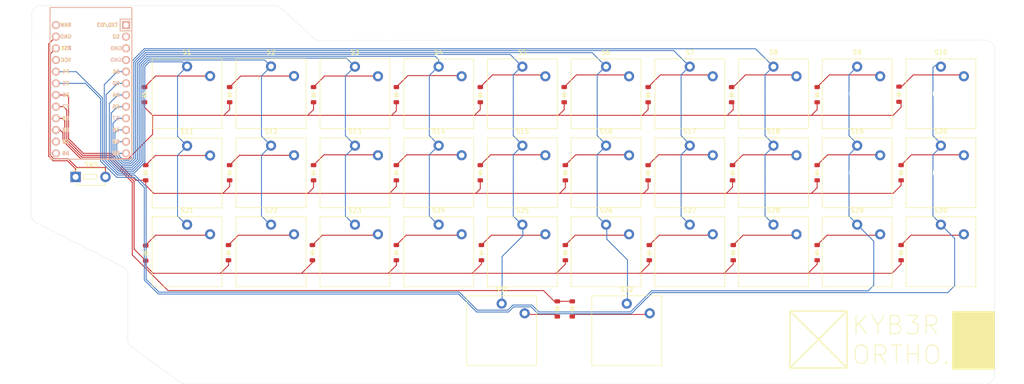
<source format=kicad_pcb>
(kicad_pcb (version 20240108) (generator "pcbnew") (generator_version "8.0")
  (layers (0 "F.Cu" signal) (31 "B.Cu" signal) (34 "B.Paste" user) (35 "F.Paste" user) (36 "B.SilkS" user "B.Silkscreen") (37 "F.SilkS" user "F.Silkscreen") (38 "B.Mask" user) (39 "F.Mask" user) (44 "Edge.Cuts" user))
  (net 0 "")
  (net 1 "Row 0")
  (net 2 "Net-(D1-A)")
  (net 3 "Net-(D2-A)")
  (net 4 "Row 1")
  (net 5 "Net-(D3-A)")
  (net 6 "Net-(D4-A)")
  (net 7 "Net-(D5-A)")
  (net 8 "Row 2")
  (net 9 "Net-(D6-A)")
  (net 10 "Net-(D7-A)")
  (net 11 "Net-(D8-A)")
  (net 12 "Net-(D9-A)")
  (net 13 "Net-(D10-A)")
  (net 14 "Net-(D11-A)")
  (net 15 "Net-(D12-A)")
  (net 16 "Net-(D13-A)")
  (net 17 "Net-(D14-A)")
  (net 18 "Net-(D15-A)")
  (net 19 "Net-(D16-A)")
  (net 20 "Net-(D17-A)")
  (net 21 "Net-(D18-A)")
  (net 22 "Net-(D19-A)")
  (net 23 "Net-(D20-A)")
  (net 24 "Net-(D21-A)")
  (net 25 "Net-(D22-A)")
  (net 26 "Net-(D23-A)")
  (net 27 "Net-(D24-A)")
  (net 28 "Net-(D25-A)")
  (net 29 "Net-(D26-A)")
  (net 30 "Net-(D27-A)")
  (net 31 "Net-(D28-A)")
  (net 32 "Net-(D29-A)")
  (net 33 "Net-(D30-A)")
  (net 34 "Row 3")
  (net 35 "Net-(D31-A)")
  (net 36 "Net-(D32-A)")
  (net 37 "Column 0")
  (net 38 "Column 1")
  (net 39 "Column 2")
  (net 40 "Column 3")
  (net 41 "Column 4")
  (net 42 "Column 5")
  (net 43 "Column 6")
  (net 44 "Column 7")
  (net 45 "Column 8")
  (net 46 "Column 9")
  (net 47 "RST")
  (net 48 "GND")
  (net 52 "unconnected-(U1-GND-Pad4)")
  (footprint "ScottoKeebs_Choc:Choc_V1_1.00u" (layer "F.Cu") (at 250.9 84)
    (property "Reference" "S20")
    (property "Value" "Keyswitch")
  )
  (footprint "ScottoKeebs_Components:Button_MJTP1250" (layer "F.Cu") (at 62.75 84.9)
    (property "Reference" "SW1")
    (property "Value" "SW_Push" (hide yes))
  )
  (footprint "ScottoKeebs_Components:Diode_SOD-123" (layer "F.Cu") (at 150.75 84 90)
    (property "Reference" "D14" (hide yes))
    (property "Value" "Diode")
  )
  (footprint "ScottoKeebs_Choc:Choc_V1_1.00u" (layer "F.Cu") (at 141.7 101.2)
    (property "Reference" "S24")
    (property "Value" "Keyswitch")
  )
  (footprint "ScottoKeebs_Components:Diode_SOD-123" (layer "F.Cu") (at 96.25 84 90)
    (property "Reference" "D4" (hide yes))
    (property "Value" "Diode")
  )
  (footprint "ScottoKeebs_Choc:Choc_V1_1.00u" (layer "F.Cu") (at 141.7 84)
    (property "Reference" "S14")
    (property "Value" "Keyswitch")
  )
  (footprint "MountingHole:MountingHole_2.2mm_M2" (layer "F.Cu") (at 169 123.6)
    (property "Reference" "REF**" (hide yes))
    (property "Value" "MountingHole_2.2mm_M2")
  )
  (footprint "MountingHole:MountingHole_2.2mm_M2" (layer "F.Cu") (at 114.3 92.6)
    (property "Reference" "REF**" (hide yes))
    (property "Value" "MountingHole_2.2mm_M2")
  )
  (footprint "ScottoKeebs_Components:Diode_SOD-123" (layer "F.Cu") (at 132.5 101.4 90)
    (property "Reference" "D12" (hide yes))
    (property "Value" "Diode")
  )
  (footprint "ScottoKeebs_Components:Diode_SOD-123" (layer "F.Cu") (at 224 67 90)
    (property "Reference" "D21" (hide yes))
    (property "Value" "Diode")
  )
  (footprint "ScottoKeebs_Components:Diode_SOD-123" (layer "F.Cu") (at 132.5 67 90)
    (property "Reference" "D10" (hide yes))
    (property "Value" "Diode")
  )
  (footprint "ScottoKeebs_Components:Diode_SOD-123" (layer "F.Cu") (at 132.5 84 90)
    (property "Reference" "D11" (hide yes))
    (property "Value" "Diode")
  )
  (footprint "ScottoKeebs_Choc:Choc_V1_1.00u" (layer "F.Cu") (at 105.25 101.2)
    (property "Reference" "S22")
    (property "Value" "Keyswitch")
  )
  (footprint "ScottoKeebs_Components:Diode_SOD-123" (layer "F.Cu") (at 205.6 84 90)
    (property "Reference" "D24" (hide yes))
    (property "Value" "Diode")
  )
  (footprint "ScottoKeebs_Choc:Choc_V1_1.00u" (layer "F.Cu") (at 123.5 84)
    (property "Reference" "S13")
    (property "Value" "Keyswitch")
  )
  (footprint "ScottoKeebs_Components:Diode_SOD-123" (layer "F.Cu") (at 241.8 66.9 90)
    (property "Reference" "D22" (hide yes))
    (property "Value" "Diode")
  )
  (footprint "ScottoKeebs_Components:Diode_SOD-123" (layer "F.Cu") (at 78 84 90)
    (property "Reference" "D3" (hide yes))
    (property "Value" "Diode")
  )
  (footprint "ScottoKeebs_Choc:Choc_V1_1.00u" (layer "F.Cu") (at 141.7 66.8)
    (property "Reference" "S4")
    (property "Value" "Keyswitch")
  )
  (footprint "ScottoKeebs_Choc:Choc_V1_1.00u" (layer "F.Cu") (at 105.25 66.75)
    (property "Reference" "S2")
    (property "Value" "Keyswitch")
  )
  (footprint "ScottoKeebs_Choc:Choc_V1_1.00u" (layer "F.Cu") (at 123.5 101.2)
    (property "Reference" "S23")
    (property "Value" "Keyswitch")
  )
  (footprint "ScottoKeebs_Choc:Choc_V1_1.00u" (layer "F.Cu") (at 250.9 101.2)
    (property "Reference" "S30")
    (property "Value" "Keyswitch")
  )
  (footprint "ScottoKeebs_Choc:Choc_V1_1.50u" (layer "F.Cu") (at 182.6 118.4)
    (property "Reference" "S32")
    (property "Value" "Keyswitch")
  )
  (footprint "ScottoKeebs_Choc:Choc_V1_1.00u" (layer "F.Cu") (at 214.5 84)
    (property "Reference" "S18")
    (property "Value" "Keyswitch")
  )
  (footprint "ScottoKeebs_Components:Diode_SOD-123" (layer "F.Cu") (at 205.4 67 90)
    (property "Reference" "D20" (hide yes))
    (property "Value" "Diode")
  )
  (footprint "MountingHole:MountingHole_2.2mm_M2" (layer "F.Cu") (at 223.6 75.4)
    (property "Reference" "REF**" (hide yes))
    (property "Value" "MountingHole_2.2mm_M2")
  )
  (footprint "ScottoKeebs_Components:Diode_SOD-123" (layer "F.Cu") (at 224 84 90)
    (property "Reference" "D25" (hide yes))
    (property "Value" "Diode")
  )
  (footprint "ScottoKeebs_Choc:Choc_V1_1.00u" (layer "F.Cu") (at 178.1 101.2)
    (property "Reference" "S26")
    (property "Value" "Keyswitch")
  )
  (footprint "ScottoKeebs_Choc:Choc_V1_1.00u" (layer "F.Cu") (at 87 84.05)
    (property "Reference" "S11")
    (property "Value" "Keyswitch")
  )
  (footprint "ScottoKeebs_Choc:Choc_V1_1.00u" (layer "F.Cu") (at 87 101.2)
    (property "Reference" "S21")
    (property "Value" "Keyswitch")
  )
  (footprint "ScottoKeebs_Choc:Choc_V1_1.00u" (layer "F.Cu") (at 250.9 66.8)
    (property "Reference" "S10")
    (property "Value" "Keyswitch")
  )
  (footprint "MountingHole:MountingHole_2.2mm_M2" (layer "F.Cu") (at 114.4 75.4)
    (property "Reference" "REF**" (hide yes))
    (property "Value" "MountingHole_2.2mm_M2")
  )
  (footprint "ScottoKeebs_Components:Diode_SOD-123" (layer "F.Cu") (at 167.5 113.65 -90)
    (property "Reference" "D31" (hide yes))
    (property "Value" "Diode")
  )
  (footprint "MountingHole:MountingHole_2.2mm_M2" (layer "F.Cu") (at 57.5 92.1)
    (property "Reference" "REF**" (hide yes))
    (property "Value" "MountingHole_2.2mm_M2")
  )
  (footprint "MountingHole:MountingHole_2.2mm_M2" (layer "F.Cu") (at 83.5 121.8)
    (property "Reference" "REF**" (hide yes))
    (property "Value" "MountingHole_2.2mm_M2")
  )
  (footprint "MountingHole:MountingHole_2.2mm_M2" (layer "F.Cu") (at 169.1 75.4)
    (property "Reference" "REF**" (hide yes))
    (property "Value" "MountingHole_2.2mm_M2")
  )
  (footprint "ScottoKeebs_Choc:Choc_V1_1.00u" (layer "F.Cu") (at 159.9 101.2)
    (property "Reference" "S25")
    (property "Value" "Keyswitch")
  )
  (footprint "ScottoKeebs_Choc:Choc_V1_1.00u" (layer "F.Cu") (at 196.3 84)
    (property "Reference" "S17")
    (property "Value" "Keyswitch")
  )
  (footprint "ScottoKeebs_Choc:Choc_V1_1.00u" (layer "F.Cu") (at 232.7 66.8)
    (property "Reference" "S9")
    (property "Value" "Keyswitch")
  )
  (footprint "ScottoKeebs_Components:Diode_SOD-123" (layer "F.Cu") (at 224 101.4 90)
    (property "Reference" "D28" (hide yes))
    (property "Value" "Diode")
  )
  (footprint "ScottoKeebs_Choc:Choc_V1_1.00u" (layer "F.Cu") (at 196.3 66.8)
    (property "Reference" "S7")
    (property "Value" "Keyswitch")
  )
  (footprint "ScottoKeebs_Components:Diode_SOD-123" (layer "F.Cu") (at 114.25 101.4 90)
    (property "Reference" "D9" (hide yes))
    (property "Value" "Diode")
  )
  (footprint "ScottoKeebs_Components:Diode_SOD-123" (layer "F.Cu") (at 169.25 101.4 90)
    (property "Reference" "D18" (hide yes))
    (property "Value" "Diode")
  )
  (footprint "ScottoKeebs_Components:Diode_SOD-123" (layer "F.Cu") (at 114.5 67 90)
    (property "Reference" "D7" (hide yes))
    (property "Value" "Diode")
  )
  (footprint "ScottoKeebs_Choc:Choc_V1_1.00u" (layer "F.Cu") (at 232.7 101.2)
    (property "Reference" "S29")
    (property "Value" "Keyswitch")
  )
  (footprint "MountingHole:MountingHole_2.2mm_M2" (layer "F.Cu") (at 259.5 57.9)
    (property "Reference" "REF**" (hide yes))
    (property "Value" "MountingHole_2.2mm_M2")
  )
  (footprint "ScottoKeebs_Choc:Choc_V1_1.50u" (layer "F.Cu") (at 155.4 118.4)
    (property "Reference" "S31")
    (property "Value" "Keyswitch")
  )
  (footprint "ScottoKeebs_Choc:Choc_V1_1.00u" (layer "F.Cu") (at 159.9 84)
    (property "Reference" "S15")
    (property "Value" "Keyswitch")
  )
  (footprint "ScottoKeebs_Components:Diode_SOD-123" (layer "F.Cu") (at 114.5 84 90)
    (property "Reference" "D8" (hide yes))
    (property "Value" "Diode")
  )
  (footprint "ScottoKeebs_Components:Diode_SOD-123" (layer "F.Cu") (at 169 67 90)
    (property "Reference" "D16" (hide yes))
    (property "Value" "Diode")
  )
  (footprint "ScottoKeebs_Choc:Choc_V1_1.00u" (layer "F.Cu") (at 214.5 66.8)
    (property "Reference" "S8")
    (property "Value" "Keyswitch")
  )
  (footprint "ScottoKeebs_Components:Diode_SOD-123" (layer "F.Cu") (at 187.5 101.4 90)
    (property "Reference" "D30" (hide yes))
    (property "Value" "Diode")
  )
  (footprint "ScottoKeebs_Components:Diode_SOD-123" (layer "F.Cu") (at 187.25 67 90)
    (property "Reference" "D19" (hide yes))
    (property "Value" "Diode")
  )
  (footprint "MountingHole:MountingHole_2.2mm_M2" (layer "F.Cu") (at 223.8 92.8)
    (property "Reference" "REF**" (hide yes))
    (property "Value" "MountingHole_2.2mm_M2")
  )
  (footprint "ScottoKeebs_Choc:Choc_V1_1.00u" (layer "F.Cu") (at 159.9 66.8)
    (property "Reference" "S5")
    (property "Value" "Keyswitch")
  )
  (footprint "ScottoKeebs_Choc:Choc_V1_1.00u" (layer "F.Cu") (at 232.7 84)
    (property "Reference" "S19")
    (property "Value" "Keyswitch")
  )
  (footprint "ScottoKeebs_Components:Diode_SOD-123" (layer "F.Cu") (at 242.25 84 90)
    (property "Reference" "D26" (hide yes))
    (property "Value" "Diode")
  )
  (footprint "ScottoKeebs_Choc:Choc_V1_1.00u" (layer "F.Cu") (at 196.3 101.2)
    (property "Reference" "S27")
    (property "Value" "Keyswitch")
  )
  (footprint "ScottoKeebs_Choc:Choc_V1_1.00u" (layer "F.Cu") (at 123.5 66.8)
    (property "Reference" "S3")
    (property "Value" "Keyswitch")
  )
  (footprint "ScottoKeebs_Choc:Choc_V1_1.00u" (layer "F.Cu") (at 105.25 84)
    (property "Reference" "S12")
    (property "Value" "Keyswitch")
  )
  (footprint "ScottoKeebs_Choc:Choc_V1_1.00u" (layer "F.Cu") (at 178.1 84)
    (property "Reference" "S16")
    (property "Value" "Keyswitch")
  )
  (footprint "ScottoKeebs_Components:Diode_SOD-123" (layer "F.Cu") (at 187.25 84 90)
    (property "Reference" "D23" (hide yes))
    (property "Value" "Diode")
  )
  (footprint "ScottoKeebs_Components:Diode_SOD-123" (layer "F.Cu") (at 169.25 84 90)
    (property "Reference" "D17" (hide yes))
    (property "Value" "Diode")
  )
  (footprint "MountingHole:MountingHole_2.2mm_M2" (layer "F.Cu") (at 71.8 99.2)
    (property "Reference" "REF**" (hide yes))
    (property "Value" "MountingHole_2.2mm_M2")
  )
  (footprint "ScottoKeebs_Components:Diode_SOD-123" (layer "F.Cu") (at 151 101.4 90)
    (property "Reference" "D15" (hide yes))
    (property "Value" "Diode")
  )
  (footprint "ScottoKeebs_Components:Diode_SOD-123" (layer "F.Cu") (at 150.75 67 90)
    (property "Reference" "D13" (hide yes))
    (property "Value" "Diode")
  )
  (footprint "ScottoKeebs_Components:Diode_SOD-123" (layer "F.Cu") (at 77.75 67 90)
    (property "Reference" "D1" (hide yes))
    (property "Value" "Diode")
  )
  (footprint "MountingHole:MountingHole_2.2mm_M2" (layer "F.Cu") (at 104.4 52.7)
    (property "Reference" "REF**" (hide yes))
    (property "Value" "MountingHole_2.2mm_M2")
  )
  (footprint "ScottoKeebs_Components:Diode_SOD-123" (layer "F.Cu") (at 205.75 101.4 90)
    (property "Reference" "D29" (hide yes))
    (property "Value" "Diode")
  )
  (footprint "ScottoKeebs_Choc:Choc_V1_1.00u" (layer "F.Cu") (at 87 66.75)
    (property "Reference" "S1")
    (property "Value" "Keyswitch")
  )
  (footprint "ScottoKeebs_Choc:Choc_V1_1.00u" (layer "F.Cu") (at 178.1 66.8)
    (property "Reference" "S6")
    (property "Value" "Keyswitch")
  )
  (footprint "ScottoKeebs_Components:Diode_SOD-123" (layer "F.Cu") (at 78 101.5 90)
    (property "Reference" "D5" (hide yes))
    (property "Value" "Diode")
  )
  (footprint "ScottoKeebs_Components:Diode_SOD-123" (layer "F.Cu") (at 242.25 101.4 90)
    (property "Reference" "D27" (hide yes))
    (property "Value" "Diode")
  )
  (footprint "ScottoKeebs_Choc:Choc_V1_1.00u" (layer "F.Cu") (at 214.5 101.2)
    (property "Reference" "S28")
    (property "Value" "Keyswitch")
  )
  (footprint "MountingHole:MountingHole_2.2mm_M2" (layer "F.Cu") (at 55.8 50.3)
    (property "Reference" "REF**" (hide yes))
    (property "Value" "MountingHole_2.2mm_M2")
  )
  (footprint "ScottoKeebs_Components:Diode_SOD-123" (layer "F.Cu") (at 96.25 67 90)
    (property "Reference" "D2" (hide yes))
    (property "Value" "Diode")
  )
  (footprint "ScottoKeebs_Components:Diode_SOD-123" (layer "F.Cu") (at 96 101.4 90)
    (property "Reference" "D6" (hide yes))
    (property "Value" "Diode")
  )
  (footprint "ScottoKeebs_Components:Diode_SOD-123" (layer "F.Cu") (at 170.75 113.65 -90)
    (property "Reference" "D32" (hide yes))
    (property "Value" "Diode")
  )
  (footprint "ScottoKeebs_MCU:Arduino_Pro_Micro" (layer "B.Cu") (at 66.1 65.8 180)
    (property "Reference" "U1" (hide yes))
    (property "Value" "Arduino_Pro_Micro" (hide yes))
  )
  (gr_rect (start 218.1 114.1) (end 230.5 126.5) (stroke (width 0.2)) (fill none) (layer "F.SilkS"))
  (gr_line (start 218.1 114.1) (end 230.5 126.5) (stroke (width 0.2)) (layer "F.SilkS"))
  (gr_rect (start 253.4 114.2) (end 262.6 126.8) (stroke (width 0.1)) (fill solid) (layer "F.SilkS"))
  (gr_line (start 230.5 114.1) (end 218.1 126.5) (stroke (width 0.2)) (layer "F.SilkS"))
  (gr_arc (start 106.022661 47.6) (mid 106.747206 47.73584) (end 107.373305 48.124954) (stroke (width 0.05)) (layer "Edge.Cuts"))
  (gr_arc (start 54.194647 94.857749) (mid 53.396205 94.118913) (end 53.102631 93.071452) (stroke (width 0.05)) (layer "Edge.Cuts"))
  (gr_line (start 260.6 130) (end 86.653126 130) (stroke (width 0.05)) (layer "Edge.Cuts"))
  (gr_arc (start 115.878119 55.199472) (mid 115.152866 55.063852) (end 114.526119 54.674519) (stroke (width 0.05)) (layer "Edge.Cuts"))
  (gr_arc (start 74.919627 121.899223) (mid 74.31664 121.190022) (end 74.1 120.284689) (stroke (width 0.05)) (layer "Edge.Cuts"))
  (gr_line (start 115.878119 55.199472) (end 260.598644 55.101357) (stroke (width 0.05)) (layer "Edge.Cuts"))
  (gr_line (start 262.6 57.101356) (end 262.6 128) (stroke (width 0.05)) (layer "Edge.Cuts"))
  (gr_arc (start 53.195727 49.595717) (mid 53.783024 48.184273) (end 55.195722 47.6) (stroke (width 0.05)) (layer "Edge.Cuts"))
  (gr_arc (start 73.007979 104.443589) (mid 73.805279 105.180605) (end 74.1 106.225603) (stroke (width 0.05)) (layer "Edge.Cuts"))
  (gr_arc (start 262.6 128) (mid 262.014214 129.414214) (end 260.6 130) (stroke (width 0.05)) (layer "Edge.Cuts"))
  (gr_line (start 75.4 47.6) (end 106.022661 47.6) (stroke (width 0.05)) (layer "Edge.Cuts"))
  (gr_line (start 73.007979 104.443589) (end 54.194647 94.857749) (stroke (width 0.05)) (layer "Edge.Cuts"))
  (gr_arc (start 260.598644 55.101357) (mid 262.013749 55.686661) (end 262.6 57.101356) (stroke (width 0.05)) (layer "Edge.Cuts"))
  (gr_line (start 55.195722 47.6) (end 75.4 47.6) (stroke (width 0.05)) (layer "Edge.Cuts"))
  (gr_line (start 53.102631 93.071452) (end 53.195727 49.595717) (stroke (width 0.05)) (layer "Edge.Cuts"))
  (gr_line (start 74.1 106.225603) (end 74.1 120.284689) (stroke (width 0.05)) (layer "Edge.Cuts"))
  (gr_arc (start 86.653126 130) (mid 86.032263 129.9012) (end 85.472753 129.614534) (stroke (width 0.05)) (layer "Edge.Cuts"))
  (gr_line (start 107.373305 48.124954) (end 114.526119 54.674519) (stroke (width 0.05)) (layer "Edge.Cuts"))
  (gr_line (start 74.919627 121.899223) (end 85.472753 129.614534) (stroke (width 0.05)) (layer "Edge.Cuts"))
  (gr_text "KYB3R\nORTHO.\n" (at 231.4 126 0) (layer "F.SilkS") (effects (font (size 4 4)) (justify left bottom)))
  (segment (start 95 71.5) (end 79.5 71.5) (width 0.2) (layer "F.Cu") (net 1))
  (segment (start 61.232843 67.532843) (end 60.77 67.07) (width 0.2) (layer "F.Cu") (net 1))
  (segment (start 242.25 69.75) (end 240.5 71.5) (width 0.2) (layer "F.Cu") (net 1))
  (segment (start 70.484314 79.784314) (end 64.415686 79.784314) (width 0.2) (layer "F.Cu") (net 1))
  (segment (start 149.5 71.5) (end 131.5 71.5) (width 0.2) (layer "F.Cu") (net 1))
  (segment (start 205.75 68.65) (end 205.75 70.25) (width 0.2) (layer "F.Cu") (net 1))
  (segment (start 222.75 71.5) (end 221.25 71.5) (width 0.2) (layer "F.Cu") (net 1))
  (segment (start 150.75 68.65) (end 150.75 70.25) (width 0.2) (layer "F.Cu") (net 1))
  (segment (start 169 68.65) (end 169 70.25) (width 0.2) (layer "F.Cu") (net 1))
  (segment (start 64.415686 79.784314) (end 61.232843 76.601471) (width 0.2) (layer "F.Cu") (net 1))
  (segment (start 131.5 71.5) (end 120.75 71.5) (width 0.2) (layer "F.Cu") (net 1))
  (segment (start 114.5 68.65) (end 114.5 70.25) (width 0.2) (layer "F.Cu") (net 1))
  (segment (start 240.5 71.5) (end 222.75 71.5) (width 0.2) (layer "F.Cu") (net 1))
  (segment (start 167.75 71.5) (end 149.5 71.5) (width 0.2) (layer "F.Cu") (net 1))
  (segment (start 204.5 71.5) (end 186 71.5) (width 0.2) (layer "F.Cu") (net 1))
  (segment (start 205.75 70.25) (end 204.5 71.5) (width 0.2) (layer "F.Cu") (net 1))
  (segment (start 96.25 70.25) (end 95 71.5) (width 0.2) (layer "F.Cu") (net 1))
  (segment (start 242.25 68.65) (end 242.25 69.75) (width 0.2) (layer "F.Cu") (net 1))
  (segment (start 224 68.65) (end 224 70.25) (width 0.2) (layer "F.Cu") (net 1))
  (segment (start 74.20724 80.9463) (end 71.6463 80.9463) (width 0.2) (layer "F.Cu") (net 1))
  (segment (start 113.25 71.5) (end 95 71.5) (width 0.2) (layer "F.Cu") (net 1))
  (segment (start 79.5 71.5) (end 79.5 75.65354) (width 0.2) (layer "F.Cu") (net 1))
  (segment (start 150.75 70.25) (end 149.5 71.5) (width 0.2) (layer "F.Cu") (net 1))
  (segment (start 60.77 67.07) (end 58.48 67.07) (width 0.2) (layer "F.Cu") (net 1))
  (segment (start 114.5 70.25) (end 113.25 71.5) (width 0.2) (layer "F.Cu") (net 1))
  (segment (start 96.25 68.65) (end 96.25 70.25) (width 0.2) (layer "F.Cu") (net 1))
  (segment (start 77.75 68.65) (end 77.75 69.75) (width 0.2) (layer "F.Cu") (net 1))
  (segment (start 77.75 69.75) (end 79.5 71.5) (width 0.2) (layer "F.Cu") (net 1))
  (segment (start 79.5 75.65354) (end 74.20724 80.9463) (width 0.2) (layer "F.Cu") (net 1))
  (segment (start 221.25 71.5) (end 204.5 71.5) (width 0.2) (layer "F.Cu") (net 1))
  (segment (start 120.75 71.5) (end 113.25 71.5) (width 0.2) (layer "F.Cu") (net 1))
  (segment (start 224 70.25) (end 222.75 71.5) (width 0.2) (layer "F.Cu") (net 1))
  (segment (start 132.5 68.65) (end 132.5 70.5) (width 0.2) (layer "F.Cu") (net 1))
  (segment (start 187.25 70.25) (end 186 71.5) (width 0.2) (layer "F.Cu") (net 1))
  (segment (start 186 71.5) (end 167.75 71.5) (width 0.2) (layer "F.Cu") (net 1))
  (segment (start 132.5 70.5) (end 131.5 71.5) (width 0.2) (layer "F.Cu") (net 1))
  (segment (start 71.6463 80.9463) (end 70.484314 79.784314) (width 0.2) (layer "F.Cu") (net 1))
  (segment (start 169 70.25) (end 167.75 71.5) (width 0.2) (layer "F.Cu") (net 1))
  (segment (start 187.25 68.65) (end 187.25 70.25) (width 0.2) (layer "F.Cu") (net 1))
  (segment (start 61.232843 76.601471) (end 61.232843 67.532843) (width 0.2) (layer "F.Cu") (net 1))
  (segment (start 80.15 62.95) (end 77.75 65.35) (width 0.2) (layer "F.Cu") (net 2))
  (segment (start 92 62.95) (end 80.15 62.95) (width 0.2) (layer "F.Cu") (net 2))
  (segment (start 110.25 62.95) (end 98.65 62.95) (width 0.2) (layer "F.Cu") (net 3))
  (segment (start 98.65 62.95) (end 96.25 65.35) (width 0.2) (layer "F.Cu") (net 3))
  (segment (start 204.25 88.5) (end 186.25 88.5) (width 0.2) (layer "F.Cu") (net 4))
  (segment (start 94.75 88.5) (end 79.75 88.5) (width 0.2) (layer "F.Cu") (net 4))
  (segment (start 242.25 85.65) (end 242.25 86.75) (width 0.2) (layer "F.Cu") (net 4))
  (segment (start 60.1 69.6) (end 59.8 69.6) (width 0.2) (layer "F.Cu") (net 4))
  (segment (start 168 88.5) (end 149.75 88.5) (width 0.2) (layer "F.Cu") (net 4))
  (segment (start 113.25 88.5) (end 94.75 88.5) (width 0.2) (layer "F.Cu") (net 4))
  (segment (start 187.25 85.65) (end 187.25 87.5) (width 0.2) (layer "F.Cu") (net 4))
  (segment (start 205.6 85.65) (end 205.6 87.15) (width 0.2) (layer "F.Cu") (net 4))
  (segment (start 78 86.75) (end 79.75 88.5) (width 0.2) (layer "F.Cu") (net 4))
  (segment (start 149.75 88.5) (end 131 88.5) (width 0.2) (layer "F.Cu") (net 4))
  (segment (start 187.25 87.5) (end 186.25 88.5) (width 0.2) (layer "F.Cu") (net 4))
  (segment (start 96.25 87) (end 94.75 88.5) (width 0.2) (layer "F.Cu") (net 4))
  (segment (start 70.334314 80.2) (end 64.265686 80.2) (width 0.2) (layer "F.Cu") (net 4))
  (segment (start 224 87.25) (end 222.75 88.5) (width 0.2) (layer "F.Cu") (net 4))
  (segment (start 240.5 88.5) (end 222.75 88.5) (width 0.2) (layer "F.Cu") (net 4))
  (segment (start 150.75 85.65) (end 150.75 87.5) (width 0.2) (layer "F.Cu") (net 4))
  (segment (start 78 85.65) (end 78 86.75) (width 0.2) (layer "F.Cu") (net 4))
  (segment (start 169.25 85.65) (end 169.25 87.25) (width 0.2) (layer "F.Cu") (net 4))
  (segment (start 224 85.65) (end 224 87.25) (width 0.2) (layer "F.Cu") (net 4))
  (segment (start 75.784314 85.65) (end 70.334314 80.2) (width 0.2) (layer "F.Cu") (net 4))
  (segment (start 131 88.5) (end 113.25 88.5) (width 0.2) (layer "F.Cu") (net 4))
  (segment (start 60.832843 76.767157) (end 60.832843 70.332843) (width 0.2) (layer "F.Cu") (net 4))
  (segment (start 96.25 85.65) (end 96.25 87) (width 0.2) (layer "F.Cu") (net 4))
  (segment (start 114.5 87.25) (end 113.25 88.5) (width 0.2) (layer "F.Cu") (net 4))
  (segment (start 59.79 69.61) (end 58.48 69.61) (width 0.2) (layer "F.Cu") (net 4))
  (segment (start 242.25 86.75) (end 240.5 88.5) (width 0.2) (layer "F.Cu") (net 4))
  (segment (start 114.5 85.65) (end 114.5 87.25) (width 0.2) (layer "F.Cu") (net 4))
  (segment (start 59.8 69.6) (end 59.79 69.61) (width 0.2) (layer "F.Cu") (net 4))
  (segment (start 64.265686 80.2) (end 60.832843 76.767157) (width 0.2) (layer "F.Cu") (net 4))
  (segment (start 222.75 88.5) (end 204.25 88.5) (width 0.2) (layer "F.Cu") (net 4))
  (segment (start 205.6 87.15) (end 204.25 88.5) (width 0.2) (layer "F.Cu") (net 4))
  (segment (start 150.75 87.5) (end 149.75 88.5) (width 0.2) (layer "F.Cu") (net 4))
  (segment (start 60.832843 70.332843) (end 60.1 69.6) (width 0.2) (layer "F.Cu") (net 4))
  (segment (start 169.25 87.25) (end 168 88.5) (width 0.2) (layer "F.Cu") (net 4))
  (segment (start 132.5 87) (end 131 88.5) (width 0.2) (layer "F.Cu") (net 4))
  (segment (start 132.5 85.65) (end 132.5 87) (width 0.2) (layer "F.Cu") (net 4))
  (segment (start 186.25 88.5) (end 168 88.5) (width 0.2) (layer "F.Cu") (net 4))
  (segment (start 78 85.65) (end 75.784314 85.65) (width 0.2) (layer "F.Cu") (net 4))
  (segment (start 80.1 80.25) (end 78 82.35) (width 0.2) (layer "F.Cu") (net 5))
  (segment (start 92 80.25) (end 80.1 80.25) (width 0.2) (layer "F.Cu") (net 5))
  (segment (start 98.4 80.2) (end 96.25 82.35) (width 0.2) (layer "F.Cu") (net 6))
  (segment (start 110.25 80.2) (end 98.4 80.2) (width 0.2) (layer "F.Cu") (net 6))
  (segment (start 80.15 97.6) (end 78 99.75) (width 0.2) (layer "F.Cu") (net 7))
  (segment (start 92 97.6) (end 80.15 97.6) (width 0.2) (layer "F.Cu") (net 7))
  (segment (start 111.9 105.9) (end 94.25 105.9) (width 0.2) (layer "F.Cu") (net 8))
  (segment (start 149 105.9) (end 130.75 105.9) (width 0.2) (layer "F.Cu") (net 8))
  (segment (start 187.5 103.05) (end 187.5 103.9) (width 0.2) (layer "F.Cu") (net 8))
  (segment (start 75.484314 100.634314) (end 75.484314 85.915685) (width 0.2) (layer "F.Cu") (net 8))
  (segment (start 222 105.9) (end 203.75 105.9) (width 0.2) (layer "F.Cu") (net 8))
  (segment (start 185.5 105.9) (end 167.25 105.9) (width 0.2) (layer "F.Cu") (net 8))
  (segment (start 151 103.9) (end 149 105.9) (width 0.2) (layer "F.Cu") (net 8))
  (segment (start 167.25 105.9) (end 149 105.9) (width 0.2) (layer "F.Cu") (net 8))
  (segment (start 205.75 103.05) (end 205.75 103.9) (width 0.2) (layer "F.Cu") (net 8))
  (segment (start 130.75 105.9) (end 111.9 105.9) (width 0.2) (layer "F.Cu") (net 8))
  (segment (start 78 104.25) (end 79.75 106) (width 0.2) (layer "F.Cu") (net 8))
  (segment (start 78 103.15) (end 75.484314 100.634314) (width 0.2) (layer "F.Cu") (net 8))
  (segment (start 114.25 103.55) (end 111.9 105.9) (width 0.2) (layer "F.Cu") (net 8))
  (segment (start 132.5 103.05) (end 132.5 104.15) (width 0.2) (layer "F.Cu") (net 8))
  (segment (start 242.25 103.9) (end 240.25 105.9) (width 0.2) (layer "F.Cu") (net 8))
  (segment (start 203.75 105.9) (end 185.5 105.9) (width 0.2) (layer "F.Cu") (net 8))
  (segment (start 78 103.15) (end 78 104.25) (width 0.2) (layer "F.Cu") (net 8))
  (segment (start 224 103.9) (end 222 105.9) (width 0.2) (layer "F.Cu") (net 8))
  (segment (start 96 104.15) (end 94.25 105.9) (width 0.2) (layer "F.Cu") (net 8))
  (segment (start 151 103.05) (end 151 103.9) (width 0.2) (layer "F.Cu") (net 8))
  (segment (start 70.168629 80.6) (end 64.1 80.6) (width 0.2) (layer "F.Cu") (net 8))
  (segment (start 224 103.05) (end 224 103.9) (width 0.2) (layer "F.Cu") (net 8))
  (segment (start 114.25 103.05) (end 114.25 103.55) (width 0.2) (layer "F.Cu") (net 8))
  (segment (start 169.25 103.9) (end 167.25 105.9) (width 0.2) (layer "F.Cu") (net 8))
  (segment (start 60.4 72.7) (end 59.85 72.15) (width 0.2) (layer "F.Cu") (net 8))
  (segment (start 64.1 80.6) (end 60.4 76.9) (width 0.2) (layer "F.Cu") (net 8))
  (segment (start 59.85 72.15) (end 58.48 72.15) (width 0.2) (layer "F.Cu") (net 8))
  (segment (start 60.4 76.9) (end 60.4 72.7) (width 0.2) (layer "F.Cu") (net 8))
  (segment (start 132.5 104.15) (end 130.75 105.9) (width 0.2) (layer "F.Cu") (net 8))
  (segment (start 242.25 103.05) (end 242.25 103.9) (width 0.2) (layer "F.Cu") (net 8))
  (segment (start 75.484314 85.915685) (end 70.168629 80.6) (width 0.2) (layer "F.Cu") (net 8))
  (segment (start 94.25 105.9) (end 79.75 105.9) (width 0.2) (layer "F.Cu") (net 8))
  (segment (start 187.5 103.9) (end 185.5 105.9) (width 0.2) (layer "F.Cu") (net 8))
  (segment (start 205.75 103.9) (end 203.75 105.9) (width 0.2) (layer "F.Cu") (net 8))
  (segment (start 240.25 105.9) (end 222 105.9) (width 0.2) (layer "F.Cu") (net 8))
  (segment (start 169.25 103.05) (end 169.25 103.9) (width 0.2) (layer "F.Cu") (net 8))
  (segment (start 96 103.05) (end 96 104.15) (width 0.2) (layer "F.Cu") (net 8))
  (segment (start 110.25 97.6) (end 98.15 97.6) (width 0.2) (layer "F.Cu") (net 9))
  (segment (start 98.15 97.6) (end 96 99.75) (width 0.2) (layer "F.Cu") (net 9))
  (segment (start 116.9 62.95) (end 114.5 65.35) (width 0.2) (layer "F.Cu") (net 10))
  (segment (start 128.5 62.95) (end 116.9 62.95) (width 0.2) (layer "F.Cu") (net 10))
  (segment (start 116.75 80.1) (end 114.5 82.35) (width 0.2) (layer "F.Cu") (net 11))
  (segment (start 128.5 80.1) (end 116.75 80.1) (width 0.2) (layer "F.Cu") (net 11))
  (segment (start 128.5 97.6) (end 116.4 97.6) (width 0.2) (layer "F.Cu") (net 12))
  (segment (start 116.4 97.6) (end 114.25 99.75) (width 0.2) (layer "F.Cu") (net 12))
  (segment (start 135 62.85) (end 132.5 65.35) (width 0.2) (layer "F.Cu") (net 13))
  (segment (start 146.75 62.85) (end 135 62.85) (width 0.2) (layer "F.Cu") (net 13))
  (segment (start 146.75 80.1) (end 134.75 80.1) (width 0.2) (layer "F.Cu") (net 14))
  (segment (start 134.75 80.1) (end 132.5 82.35) (width 0.2) (layer "F.Cu") (net 14))
  (segment (start 134.65 97.6) (end 132.5 99.75) (width 0.2) (layer "F.Cu") (net 15))
  (segment (start 146.75 97.6) (end 134.65 97.6) (width 0.2) (layer "F.Cu") (net 15))
  (segment (start 165 62.7) (end 153.4 62.7) (width 0.2) (layer "F.Cu") (net 16))
  (segment (start 153.4 62.7) (end 150.75 65.35) (width 0.2) (layer "F.Cu") (net 16))
  (segment (start 165 80.1) (end 153 80.1) (width 0.2) (layer "F.Cu") (net 17))
  (segment (start 153 80.1) (end 150.75 82.35) (width 0.2) (layer "F.Cu") (net 17))
  (segment (start 165 97.6) (end 153.15 97.6) (width 0.2) (layer "F.Cu") (net 18))
  (segment (start 153.15 97.6) (end 151 99.75) (width 0.2) (layer "F.Cu") (net 18))
  (segment (start 183.25 62.7) (end 171.65 62.7) (width 0.2) (layer "F.Cu") (net 19))
  (segment (start 171.65 62.7) (end 169 65.35) (width 0.2) (layer "F.Cu") (net 19))
  (segment (start 171.5 80.1) (end 169.25 82.35) (width 0.2) (layer "F.Cu") (net 20))
  (segment (start 183.25 80.1) (end 171.5 80.1) (width 0.2) (layer "F.Cu") (net 20))
  (segment (start 171.4 97.6) (end 169.25 99.75) (width 0.2) (layer "F.Cu") (net 21))
  (segment (start 183.25 97.6) (end 171.4 97.6) (width 0.2) (layer "F.Cu") (net 21))
  (segment (start 201.5 62.7) (end 189.9 62.7) (width 0.2) (layer "F.Cu") (net 22))
  (segment (start 189.9 62.7) (end 187.25 65.35) (width 0.2) (layer "F.Cu") (net 22))
  (segment (start 208.4 62.7) (end 205.75 65.35) (width 0.2) (layer "F.Cu") (net 23))
  (segment (start 219.75 62.7) (end 208.4 62.7) (width 0.2) (layer "F.Cu") (net 23))
  (segment (start 226.65 62.7) (end 224 65.35) (width 0.2) (layer "F.Cu") (net 24))
  (segment (start 238 62.7) (end 226.65 62.7) (width 0.2) (layer "F.Cu") (net 24))
  (segment (start 244.9 62.7) (end 242.25 65.35) (width 0.2) (layer "F.Cu") (net 25))
  (segment (start 256.25 62.7) (end 244.9 62.7) (width 0.2) (layer "F.Cu") (net 25))
  (segment (start 201.5 80.1) (end 189.5 80.1) (width 0.2) (layer "F.Cu") (net 26))
  (segment (start 189.5 80.1) (end 187.25 82.35) (width 0.2) (layer "F.Cu") (net 26))
  (segment (start 219.75 80.1) (end 207.85 80.1) (width 0.2) (layer "F.Cu") (net 27))
  (segment (start 207.85 80.1) (end 205.6 82.35) (width 0.2) (layer "F.Cu") (net 27))
  (segment (start 238 80.1) (end 226.25 80.1) (width 0.2) (layer "F.Cu") (net 28))
  (segment (start 226.25 80.1) (end 224 82.35) (width 0.2) (layer "F.Cu") (net 28))
  (segment (start 244.5 80.1) (end 242.25 82.35) (width 0.2) (layer "F.Cu") (net 29))
  (segment (start 256.25 80.1) (end 244.5 80.1) (width 0.2) (layer "F.Cu") (net 29))
  (segment (start 256.25 97.6) (end 244.4 97.6) (width 0.2) (layer "F.Cu") (net 30))
  (segment (start 244.4 97.6) (end 242.25 99.75) (width 0.2) (layer "F.Cu") (net 30))
  (segment (start 238 97.6) (end 226.15 97.6) (width 0.2) (layer "F.Cu") (net 31))
  (segment (start 226.15 97.6) (end 224 99.75) (width 0.2) (layer "F.Cu") (net 31))
  (segment (start 219.75 97.6) (end 207.9 97.6) (width 0.2) (layer "F.Cu") (net 32))
  (segment (start 207.9 97.6) (end 205.75 99.75) (width 0.2) (layer "F.Cu") (net 32))
  (segment (start 201.5 97.6) (end 189.65 97.6) (width 0.2) (layer "F.Cu") (net 33))
  (segment (start 189.65 97.6) (end 187.5 99.75) (width 0.2) (layer "F.Cu") (net 33))
  (segment (start 59.39 74.69) (end 58.48 74.69) (width 0.2) (layer "F.Cu") (net 34))
  (segment (start 75.084314 101.9) (end 75.084314 86.081371) (width 0.2) (layer "F.Cu") (net 34))
  (segment (start 164.5 109.65) (end 82.834314 109.65) (width 0.2) (layer "F.Cu") (net 34))
  (segment (start 82.834314 109.65) (end 75.084314 101.9) (width 0.2) (layer "F.Cu") (net 34))
  (segment (start 75.084314 86.081371) (end 70.002943 81) (width 0.2) (layer "F.Cu") (net 34))
  (segment (start 170.75 112) (end 167.5 112) (width 0.2) (layer "F.Cu") (net 34))
  (segment (start 60 77.065686) (end 60 75.3) (width 0.2) (layer "F.Cu") (net 34))
  (segment (start 70.002943 81) (end 63.934314 81) (width 0.2) (layer "F.Cu") (net 34))
  (segment (start 166.85 112) (end 164.5 109.65) (width 0.2) (layer "F.Cu") (net 34))
  (segment (start 63.934314 81) (end 60 77.065686) (width 0.2) (layer "F.Cu") (net 34))
  (segment (start 60 75.3) (end 59.39 74.69) (width 0.2) (layer "F.Cu") (net 34))
  (segment (start 167.5 112) (end 166.85 112) (width 0.2) (layer "F.Cu") (net 34))
  (segment (start 160.5 114.85) (end 167.05 114.85) (width 0.2) (layer "F.Cu") (net 35))
  (segment (start 167.05 114.85) (end 167.5 115.3) (width 0.2) (layer "F.Cu") (net 35))
  (segment (start 171.2 114.85) (end 170.75 115.3) (width 0.2) (layer "F.Cu") (net 36))
  (segment (start 187.75 114.85) (end 171.2 114.85) (width 0.2) (layer "F.Cu") (net 36))
  (segment (start 87 78.15) (end 84.925 80.225) (width 0.2) (layer "B.Cu") (net 37))
  (segment (start 75.459802 84.1) (end 72.040198 84.1) (width 0.2) (layer "B.Cu") (net 37))
  (segment (start 77.8 60.859802) (end 77.8 81.759802) (width 0.2) (layer "B.Cu") (net 37))
  (segment (start 77.8 81.759802) (end 75.459802 84.1) (width 0.2) (layer "B.Cu") (net 37))
  (segment (start 69 64.8) (end 71.81 61.99) (width 0.2) (layer "B.Cu") (net 37))
  (segment (start 87 60.85) (end 84.925 62.925) (width 0.2) (layer "B.Cu") (net 37))
  (segment (start 84.925 76.075) (end 87 78.15) (width 0.2) (layer "B.Cu") (net 37))
  (segment (start 87 60.85) (end 86 59.85) (width 0.2) (layer "B.Cu") (net 37))
  (segment (start 86 59.85) (end 78.809802 59.85) (width 0.2) (layer "B.Cu") (net 37))
  (segment (start 78.809802 59.85) (end 77.8 60.859802) (width 0.2) (layer "B.Cu") (net 37))
  (segment (start 69 81.059802) (end 69 64.8) (width 0.2) (layer "B.Cu") (net 37))
  (segment (start 84.925 62.925) (end 84.925 76.075) (width 0.2) (layer "B.Cu") (net 37))
  (segment (start 84.925 80.225) (end 84.925 93.525) (width 0.2) (layer "B.Cu") (net 37))
  (segment (start 72.040198 84.1) (end 69 81.059802) (width 0.2) (layer "B.Cu") (net 37))
  (segment (start 84.925 93.425) (end 87 95.5) (width 0.2) (layer "B.Cu") (net 37))
  (segment (start 71.81 61.99) (end 73.72 61.99) (width 0.2) (layer "B.Cu") (net 37))
  (segment (start 77.4 81.594116) (end 75.294116 83.7) (width 0.2) (layer "B.Cu") (net 38))
  (segment (start 103.85 59.45) (end 78.644116 59.45) (width 0.2) (layer "B.Cu") (net 38))
  (segment (start 103.175 62.925) (end 103.175 76.025) (width 0.2) (layer "B.Cu") (net 38))
  (segment (start 105.25 60.85) (end 103.85 59.45) (width 0.2) (layer "B.Cu") (net 38))
  (segment (start 103.175 80.175) (end 103.175 93.525) (width 0.2) (layer "B.Cu") (net 38))
  (segment (start 78.644116 59.45) (end 77.4 60.694116) (width 0.2) (layer "B.Cu") (net 38))
  (segment (start 105.25 60.85) (end 103.175 62.925) (width 0.2) (layer "B.Cu") (net 38))
  (segment (start 72.205884 83.7) (end 69.4 80.894116) (width 0.2) (layer "B.Cu") (net 38))
  (segment (start 103.175 93.425) (end 105.25 95.5) (width 0.2) (layer "B.Cu") (net 38))
  (segment (start 69.4 67) (end 71.87 64.53) (width 0.2) (layer "B.Cu") (net 38))
  (segment (start 69.4 80.894116) (end 69.4 67) (width 0.2) (layer "B.Cu") (net 38))
  (segment (start 75.294116 83.7) (end 72.205884 83.7) (width 0.2) (layer "B.Cu") (net 38))
  (segment (start 105.25 78.1) (end 103.175 80.175) (width 0.2) (layer "B.Cu") (net 38))
  (segment (start 103.175 76.025) (end 105.25 78.1) (width 0.2) (layer "B.Cu") (net 38))
  (segment (start 77.4 60.694116) (end 77.4 81.594116) (width 0.2) (layer "B.Cu") (net 38))
  (segment (start 71.87 64.53) (end 73.72 64.53) (width 0.2) (layer "B.Cu") (net 38))
  (segment (start 70.1 81.02843) (end 70.1 68.9) (width 0.2) (layer "B.Cu") (net 39))
  (segment (start 77 60.52843) (end 77 81.42843) (width 0.2) (layer "B.Cu") (net 39))
  (segment (start 121.425 75.925) (end 123.5 78) (width 0.2) (layer "B.Cu") (net 39))
  (segment (start 123.5 60.9) (end 121.65 59.05) (width 0.2) (layer "B.Cu") (net 39))
  (segment (start 121.65 59.05) (end 78.47843 59.05) (width 0.2) (layer "B.Cu") (net 39))
  (segment (start 70.1 68.9) (end 71.93 67.07) (width 0.2) (layer "B.Cu") (net 39))
  (segment (start 75.12843 83.3) (end 72.37157 83.3) (width 0.2) (layer "B.Cu") (net 39))
  (segment (start 123.5 60.85) (end 121.425 62.925) (width 0.2) (layer "B.Cu") (net 39))
  (segment (start 71.93 67.07) (end 73.72 67.07) (width 0.2) (layer "B.Cu") (net 39))
  (segment (start 121.425 62.925) (end 121.425 75.925) (width 0.2) (layer "B.Cu") (net 39))
  (segment (start 77 81.42843) (end 75.12843 83.3) (width 0.2) (layer "B.Cu") (net 39))
  (segment (start 72.37157 83.3) (end 70.1 81.02843) (width 0.2) (layer "B.Cu") (net 39))
  (segment (start 121.425 80.325) (end 121.425 93.525) (width 0.2) (layer "B.Cu") (net 39))
  (segment (start 121.425 93.425) (end 123.5 95.5) (width 0.2) (layer "B.Cu") (net 39))
  (segment (start 78.47843 59.05) (end 77 60.52843) (width 0.2) (layer "B.Cu") (net 39))
  (segment (start 123.5 78) (end 123.5 78.25) (width 0.2) (layer "B.Cu") (net 39))
  (segment (start 123.5 78.25) (end 121.425 80.325) (width 0.2) (layer "B.Cu") (net 39))
  (segment (start 70.5 80.862744) (end 70.5 71) (width 0.2) (layer "B.Cu") (net 40))
  (segment (start 74.962744 82.9) (end 72.537256 82.9) (width 0.2) (layer "B.Cu") (net 40))
  (segment (start 139.675 62.825) (end 139.675 75.925) (width 0.2) (layer "B.Cu") (net 40))
  (segment (start 76.6 81.262744) (end 74.962744 82.9) (width 0.2) (layer "B.Cu") (net 40))
  (segment (start 71.91 69.61) (end 73.72 69.61) (width 0.2) (layer "B.Cu") (net 40))
  (segment (start 141.7 59.4) (end 140.95 58.65) (width 0.2) (layer "B.Cu") (net 40))
  (segment (start 76.6 60.362744) (end 76.6 81.262744) (width 0.2) (layer "B.Cu") (net 40))
  (segment (start 139.675 75.925) (end 141.75 78) (width 0.2) (layer "B.Cu") (net 40))
  (segment (start 141.7 60.9) (end 141.7 59.4) (width 0.2) (layer "B.Cu") (net 40))
  (segment (start 140.95 58.65) (end 78.312744 58.65) (width 0.2) (layer "B.Cu") (net 40))
  (segment (start 71.9 69.6) (end 71.91 69.61) (width 0.2) (layer "B.Cu") (net 40))
  (segment (start 141.75 78) (end 139.675 80.075) (width 0.2) (layer "B.Cu") (net 40))
  (segment (start 139.675 80.075) (end 139.675 93.525) (width 0.2) (layer "B.Cu") (net 40))
  (segment (start 141.75 60.75) (end 139.675 62.825) (width 0.2) (layer "B.Cu") (net 40))
  (segment (start 72.537256 82.9) (end 70.5 80.862744) (width 0.2) (layer "B.Cu") (net 40))
  (segment (start 139.675 93.425) (end 141.75 95.5) (width 0.2) (layer "B.Cu") (net 40))
  (segment (start 78.312744 58.65) (end 76.6 60.362744) (width 0.2) (layer "B.Cu") (net 40))
  (segment (start 70.5 71) (end 71.9 69.6) (width 0.2) (layer "B.Cu") (net 40))
  (segment (start 155.5 102.238478) (end 155.5 112.75) (width 0.2) (layer "B.Cu") (net 41))
  (segment (start 160 97.738478) (end 155.5 102.238478) (width 0.2) (layer "B.Cu") (net 41))
  (segment (start 160 95.5) (end 160 97.738478) (width 0.2) (layer "B.Cu") (net 41))
  (segment (start 78.147058 58.25) (end 76.2 60.197058) (width 0.2) (layer "B.Cu") (net 41))
  (segment (start 74.797058 82.5) (end 72.702942 82.5) (width 0.2) (layer "B.Cu") (net 41))
  (segment (start 71.95 72.15) (end 73.72 72.15) (width 0.2) (layer "B.Cu") (net 41))
  (segment (start 157.925 75.925) (end 160 78) (width 0.2) (layer "B.Cu") (net 41))
  (segment (start 159.9 60.9) (end 157.25 58.25) (width 0.2) (layer "B.Cu") (net 41))
  (segment (start 160 60.6) (end 157.925 62.675) (width 0.2) (layer "B.Cu") (net 41))
  (segment (start 72.702942 82.5) (end 70.9 80.697058) (width 0.2) (layer "B.Cu") (net 41))
  (segment (start 157.925 62.675) (end 157.925 75.925) (width 0.2) (layer "B.Cu") (net 41))
  (segment (start 76.2 60.197058) (end 76.2 81.097058) (width 0.2) (layer "B.Cu") (net 41))
  (segment (start 160 78) (end 157.925 80.075) (width 0.2) (layer "B.Cu") (net 41))
  (segment (start 157.925 93.425) (end 160 95.5) (width 0.2) (layer "B.Cu") (net 41))
  (segment (start 76.2 81.097058) (end 74.797058 82.5) (width 0.2) (layer "B.Cu") (net 41))
  (segment (start 157.925 80.075) (end 157.925 93.525) (width 0.2) (layer "B.Cu") (net 41))
  (segment (start 70.9 80.697058) (end 70.9 73.2) (width 0.2) (layer "B.Cu") (net 41))
  (segment (start 157.25 58.25) (end 78.147058 58.25) (width 0.2) (layer "B.Cu") (net 41))
  (segment (start 70.9 73.2) (end 71.95 72.15) (width 0.2) (layer "B.Cu") (net 41))
  (segment (start 71.3 80.531372) (end 71.3 75.3) (width 0.2) (layer "B.Cu") (net 42))
  (segment (start 178.25 78) (end 176.175 80.075) (width 0.2) (layer "B.Cu") (net 42))
  (segment (start 71.9 74.7) (end 72.2 74.7) (width 0.2) (layer "B.Cu") (net 42))
  (segment (start 176.175 80.075) (end 176.175 93.525) (width 0.2) (layer "B.Cu") (net 42))
  (segment (start 75.8 60.031372) (end 75.8 80.931372) (width 0.2) (layer "B.Cu") (net 42))
  (segment (start 176.175 93.425) (end 178.25 95.5) (width 0.2) (layer "B.Cu") (net 42))
  (segment (start 75.8 80.931372) (end 74.631372 82.1) (width 0.2) (layer "B.Cu") (net 42))
  (segment (start 182.75 102.965507) (end 182.75 112.75) (width 0.2) (layer "B.Cu") (net 42))
  (segment (start 77.981372 57.85) (end 75.8 60.031372) (width 0.2) (layer "B.Cu") (net 42))
  (segment (start 72.868628 82.1) (end 71.3 80.531372) (width 0.2) (layer "B.Cu") (net 42))
  (segment (start 72.2 74.7) (end 72.21 74.69) (width 0.2) (layer "B.Cu") (net 42))
  (segment (start 176.175 62.675) (end 176.175 75.925) (width 0.2) (layer "B.Cu") (net 42))
  (segment (start 178.25 95.5) (end 178.25 98.465507) (width 0.2) (layer "B.Cu") (net 42))
  (segment (start 178.1 60.9) (end 175.05 57.85) (width 0.2) (layer "B.Cu") (net 42))
  (segment (start 178.25 98.465507) (end 182.75 102.965507) (width 0.2) (layer "B.Cu") (net 42))
  (segment (start 72.21 74.69) (end 73.72 74.69) (width 0.2) (layer "B.Cu") (net 42))
  (segment (start 178.25 60.6) (end 176.175 62.675) (width 0.2) (layer "B.Cu") (net 42))
  (segment (start 74.631372 82.1) (end 72.868628 82.1) (width 0.2) (layer "B.Cu") (net 42))
  (segment (start 175.05 57.85) (end 77.981372 57.85) (width 0.2) (layer "B.Cu") (net 42))
  (segment (start 176.175 75.925) (end 178.25 78) (width 0.2) (layer "B.Cu") (net 42))
  (segment (start 71.3 75.3) (end 71.9 74.7) (width 0.2) (layer "B.Cu") (net 42))
  (segment (start 194.425 62.675) (end 194.425 75.925) (width 0.2) (layer "B.Cu") (net 43))
  (segment (start 194.425 93.425) (end 196.5 95.5) (width 0.2) (layer "B.Cu") (net 43))
  (segment (start 74.465686 81.7) (end 73.034314 81.7) (width 0.2) (layer "B.Cu") (net 43))
  (segment (start 71.7 80.365686) (end 71.7 77.7) (width 0.2) (layer "B.Cu") (net 43))
  (segment (start 194.425 80.075) (end 194.425 93.525) (width 0.2) (layer "B.Cu") (net 43))
  (segment (start 71.7 77.7) (end 72.17 77.23) (width 0.2) (layer "B.Cu") (net 43))
  (segment (start 75.4 59.865686) (end 75.4 80.765686) (width 0.2) (layer "B.Cu") (net 43))
  (segment (start 73.034314 81.7) (end 71.7 80.365686) (width 0.2) (layer "B.Cu") (net 43))
  (segment (start 196.5 78) (end 194.425 80.075) (width 0.2) (layer "B.Cu") (net 43))
  (segment (start 194.425 75.925) (end 196.5 78) (width 0.2) (layer "B.Cu") (net 43))
  (segment (start 196.5 60.6) (end 194.425 62.675) (width 0.2) (layer "B.Cu") (net 43))
  (segment (start 77.865686 57.4) (end 75.4 59.865686) (width 0.2) (layer "B.Cu") (net 43))
  (segment (start 72.17 77.23) (end 73.72 77.23) (width 0.2) (layer "B.Cu") (net 43))
  (segment (start 192.8 57.4) (end 77.865686 57.4) (width 0.2) (layer "B.Cu") (net 43))
  (segment (start 75.4 80.765686) (end 74.465686 81.7) (width 0.2) (layer "B.Cu") (net 43))
  (segment (start 196.3 60.9) (end 192.8 57.4) (width 0.2) (layer "B.Cu") (net 43))
  (segment (start 212.675 80.075) (end 212.675 93.525) (width 0.2) (layer "B.Cu") (net 44))
  (segment (start 210.6 57) (end 77.7 57) (width 0.2) (layer "B.Cu") (net 44))
  (segment (start 212.675 93.425) (end 214.75 95.5) (width 0.2) (layer "B.Cu") (net 44))
  (segment (start 75 80.6) (end 74.3 81.3) (width 0.2) (layer "B.Cu") (net 44))
  (segment (start 72.2 80) (end 72.43 79.77) (width 0.2) (layer "B.Cu") (net 44))
  (segment (start 73.2 81.3) (end 72.2 80.3) (width 0.2) (layer "B.Cu") (net 44))
  (segment (start 212.675 62.675) (end 212.675 75.925) (width 0.2) (layer "B.Cu") (net 44))
  (segment (start 214.5 60.9) (end 210.6 57) (width 0.2) (layer "B.Cu") (net 44))
  (segment (start 77.7 57) (end 75 59.7) (width 0.2) (layer "B.Cu") (net 44))
  (segment (start 214.75 60.6) (end 212.675 62.675) (width 0.2) (layer "B.Cu") (net 44))
  (segment (start 74.3 81.3) (end 73.2 81.3) (width 0.2) (layer "B.Cu") (net 44))
  (segment (start 212.675 75.925) (end 214.75 78) (width 0.2) (layer "B.Cu") (net 44))
  (segment (start 72.2 80.3) (end 72.2 80) (width 0.2) (layer "B.Cu") (net 44))
  (segment (start 214.75 78) (end 212.675 80.075) (width 0.2) (layer "B.Cu") (net 44))
  (segment (start 72.43 79.77) (end 73.72 79.77) (width 0.2) (layer "B.Cu") (net 44))
  (segment (start 75 59.7) (end 75 80.6) (width 0.2) (layer "B.Cu") (net 44))
  (segment (start 230.925 75.925) (end 233 78) (width 0.2) (layer "B.Cu") (net 45))
  (segment (start 80.9 110) (end 78.1 107.2) (width 0.2) (layer "B.Cu") (net 45))
  (segment (start 232.7 95.3) (end 236.3 98.9) (width 0.2) (layer "B.Cu") (net 45))
  (segment (start 68.6 67.7) (end 62.89 61.99) (width 0.2) (layer "B.Cu") (net 45))
  (segment (start 235.1 109.7) (end 188 109.7) (width 0.2) (layer "B.Cu") (net 45))
  (segment (start 230.925 62.675) (end 230.925 75.925) (width 0.2) (layer "B.Cu") (net 45))
  (segment (start 71.874512 84.5) (end 68.6 81.225488) (width 0.2) (layer "B.Cu") (net 45))
  (segment (start 75.6 84.5) (end 71.874512 84.5) (width 0.2) (layer "B.Cu") (net 45))
  (segment (start 156.717157 113.917157) (end 150.117157 113.917157) (width 0.2) (layer "B.Cu") (net 45))
  (segment (start 236.3 98.9) (end 236.3 108.5) (width 0.2) (layer "B.Cu") (net 45))
  (segment (start 230.925 80.075) (end 230.925 93.525) (width 0.2) (layer "B.Cu") (net 45))
  (segment (start 188 109.7) (end 183.4 114.3) (width 0.2) (layer "B.Cu") (net 45))
  (segment (start 230.925 93.425) (end 233 95.5) (width 0.2) (layer "B.Cu") (net 45))
  (segment (start 157.834314 112.8) (end 156.717157 113.917157) (width 0.2) (layer "B.Cu") (net 45))
  (segment (start 150.117157 113.917157) (end 146.2 110) (width 0.2) (layer "B.Cu") (net 45))
  (segment (start 68.6 81.225488) (end 68.6 67.7) (width 0.2) (layer "B.Cu") (net 45))
  (segment (start 233 60.6) (end 230.925 62.675) (width 0.2) (layer "B.Cu") (net 45))
  (segment (start 146.2 110) (end 80.9 110) (width 0.2) (layer "B.Cu") (net 45))
  (segment (start 236.3 108.5) (end 235.1 109.7) (width 0.2) (layer "B.Cu") (net 45))
  (segment (start 233 78) (end 230.925 80.075) (width 0.2) (layer "B.Cu") (net 45))
  (segment (start 162 112.8) (end 157.834314 112.8) (width 0.2) (layer "B.Cu") (net 45))
  (segment (start 163.5 114.3) (end 162 112.8) (width 0.2) (layer "B.Cu") (net 45))
  (segment (start 62.89 61.99) (end 58.48 61.99) (width 0.2) (layer "B.Cu") (net 45))
  (segment (start 78.1 87) (end 75.6 84.5) (width 0.2) (layer "B.Cu") (net 45))
  (segment (start 183.4 114.3) (end 163.5 114.3) (width 0.2) (layer "B.Cu") (net 45))
  (segment (start 78.1 107.2) (end 78.1 87) (width 0.2) (layer "B.Cu") (net 45))
  (segment (start 163.3 114.7) (end 161.8 113.2) (width 0.2) (layer "B.Cu") (net 46))
  (segment (start 249.175 93.425) (end 251.25 95.5) (width 0.2) (layer "B.Cu") (net 46))
  (segment (start 249.175 80.075) (end 249.175 93.525) (width 0.2) (layer "B.Cu") (net 46))
  (segment (start 188.165686 110.1) (end 183.565686 114.7) (width 0.2) (layer "B.Cu") (net 46))
  (segment (start 149.951471 114.317157) (end 146.034314 110.4) (width 0.2) (layer "B.Cu") (net 46))
  (segment (start 252.4 110.1) (end 188.165686 110.1) (width 0.2) (layer "B.Cu") (net 46))
  (segment (start 64.817157 64.482843) (end 64.77 64.53) (width 0.2) (layer "B.Cu") (net 46))
  (segment (start 64.77 64.53) (end 58.48 64.53) (width 0.2) (layer "B.Cu") (net 46))
  (segment (start 183.565686 114.7) (end 163.3 114.7) (width 0.2) (layer "B.Cu") (net 46))
  (segment (start 249.175 75.925) (end 251.25 78) (width 0.2) (layer "B.Cu") (net 46))
  (segment (start 77.7 87.2) (end 75.5 85) (width 0.2) (layer "B.Cu") (net 46))
  (segment (start 161.8 113.2) (end 158 113.2) (width 0.2) (layer "B.Cu") (net 46))
  (segment (start 68.2 67.865686) (end 64.817157 64.482843) (width 0.2) (layer "B.Cu") (net 46))
  (segment (start 77.7 107.365686) (end 77.7 87.2) (width 0.2) (layer "B.Cu") (net 46))
  (segment (start 249.175 61.119366) (end 249.175 75.925) (width 0.2) (layer "B.Cu") (net 46))
  (segment (start 71.7 85) (end 68.2 81.5) (width 0.2) (layer "B.Cu") (net 46))
  (segment (start 80.734314 110.4) (end 77.7 107.365686) (width 0.2) (layer "B.Cu") (net 46))
  (segment (start 146.034314 110.4) (end 80.734314 110.4) (width 0.2) (layer "B.Cu") (net 46))
  (segment (start 251.25 78) (end 249.175 80.075) (width 0.2) (layer "B.Cu") (net 46))
  (segment (start 75.5 85) (end 71.7 85) (width 0.2) (layer "B.Cu") (net 46))
  (segment (start 251.25 60.6) (end 249.694366 60.6) (width 0.2) (layer "B.Cu") (net 46))
  (segment (start 68.2 81.5) (end 68.2 67.865686) (width 0.2) (layer "B.Cu") (net 46))
  (segment (start 156.882843 114.317157) (end 149.951471 114.317157) (width 0.2) (layer "B.Cu") (net 46))
  (segment (start 253.9 108.6) (end 252.4 110.1) (width 0.2) (layer "B.Cu") (net 46))
  (segment (start 158 113.2) (end 156.882843 114.317157) (width 0.2) (layer "B.Cu") (net 46))
  (segment (start 249.694366 60.6) (end 249.175 61.119366) (width 0.2) (layer "B.Cu") (net 46))
  (segment (start 253.9 98.3) (end 253.9 108.6) (width 0.2) (layer "B.Cu") (net 46))
  (segment (start 250.9 95.3) (end 253.9 98.3) (width 0.2) (layer "B.Cu") (net 46))
  (segment (start 69.25 84.9) (end 69.25 82.85) (width 0.2) (layer "F.Cu") (net 47))
  (segment (start 69.25 82.85) (end 63.015686 82.85) (width 0.2) (layer "F.Cu") (net 47))
  (segment (start 57.3037 58.0863) (end 58.48 56.91) (width 0.2) (layer "F.Cu") (net 47))
  (segment (start 63.015686 82.85) (end 61.111986 80.9463) (width 0.2) (layer "F.Cu") (net 47))
  (segment (start 57.99276 80.9463) (end 57.3037 80.25724) (width 0.2) (layer "F.Cu") (net 47))
  (segment (start 57.3037 80.25724) (end 57.3037 58.0863) (width 0.2) (layer "F.Cu") (net 47))
  (segment (start 61.111986 80.9463) (end 57.99276 80.9463) (width 0.2) (layer "F.Cu") (net 47))
  (segment (start 57.880774 81.4) (end 56.9037 80.422926) (width 0.2) (layer "F.Cu") (net 48))
  (segment (start 56.9037 80.422926) (end 56.9037 55.9463) (width 0.2) (layer "F.Cu") (net 48))
  (segment (start 62.75 84.9) (end 62.75 83.15) (width 0.2) (layer "F.Cu") (net 48))
  (segment (start 56.9037 55.9463) (end 58.48 54.37) (width 0.2) (layer "F.Cu") (net 48))
  (segment (start 62.75 83.15) (end 61 81.4) (width 0.2) (layer "F.Cu") (net 48))
  (segment (start 61 81.4) (end 57.880774 81.4) (width 0.2) (layer "F.Cu") (net 48))
  (segment (start 73.703872 59.942157) (end 73.596028 60.05) (width 0.2) (layer "B.Cu") (net 52))
)
</source>
